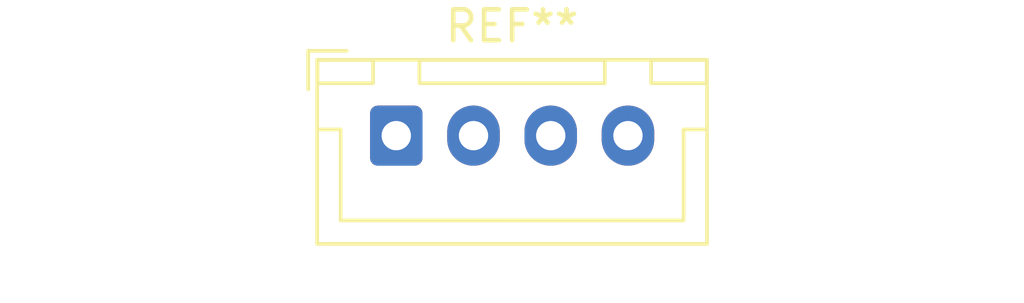
<source format=kicad_pcb>
(kicad_pcb (version 20241229) (generator "pcbnew") (generator_version "9.0")
  (layers (0 "F.Cu" signal) (2 "B.Cu" signal) (13 "F.Paste" user) (15 "B.Paste" user) (5 "F.SilkS" user "F.Silkscreen") (7 "B.SilkS" user "B.Silkscreen") (1 "F.Mask" user) (3 "B.Mask" user) (25 "Edge.Cuts" user))
  (net 0 "")
  (footprint "Connector_JST:JST_XH_B4B-XH-A_1x04_P2.50mm_Vertical" (layer "F.Cu") (at 118 84)
    (property "Reference" "REF**" (at 3.75 -3.55 0) (layer "F.SilkS"))
    (property "Value" "JST_XH_B4B-XH-A_1x04_P2.50mm_Vertical")
    (fp_line (start -2.85 -2.75) (end -2.85 -1.5) (stroke (width 0.12)) (layer "F.SilkS"))
    (fp_line (start -2.56 -2.46) (end -2.56 3.51) (stroke (width 0.12)) (layer "F.SilkS"))
    (fp_line (start -2.56 3.51) (end 10.06 3.51) (stroke (width 0.12)) (layer "F.SilkS"))
    (fp_line (start -2.55 -2.45) (end -2.55 -1.7) (stroke (width 0.12)) (layer "F.SilkS"))
    (fp_line (start -2.55 -1.7) (end -0.75 -1.7) (stroke (width 0.12)) (layer "F.SilkS"))
    (fp_line (start -2.55 -0.2) (end -1.8 -0.2) (stroke (width 0.12)) (layer "F.SilkS"))
    (fp_line (start -1.8 -0.2) (end -1.8 2.75) (stroke (width 0.12)) (layer "F.SilkS"))
    (fp_line (start -1.8 2.75) (end 3.75 2.75) (stroke (width 0.12)) (layer "F.SilkS"))
    (fp_line (start -1.6 -2.75) (end -2.85 -2.75) (stroke (width 0.12)) (layer "F.SilkS"))
    (fp_line (start -0.75 -2.45) (end -2.55 -2.45) (stroke (width 0.12)) (layer "F.SilkS"))
    (fp_line (start -0.75 -1.7) (end -0.75 -2.45) (stroke (width 0.12)) (layer "F.SilkS"))
    (fp_line (start 0.75 -2.45) (end 0.75 -1.7) (stroke (width 0.12)) (layer "F.SilkS"))
    (fp_line (start 0.75 -1.7) (end 6.75 -1.7) (stroke (width 0.12)) (layer "F.SilkS"))
    (fp_line (start 6.75 -2.45) (end 0.75 -2.45) (stroke (width 0.12)) (layer "F.SilkS"))
    (fp_line (start 6.75 -1.7) (end 6.75 -2.45) (stroke (width 0.12)) (layer "F.SilkS"))
    (fp_line (start 8.25 -2.45) (end 8.25 -1.7) (stroke (width 0.12)) (layer "F.SilkS"))
    (fp_line (start 8.25 -1.7) (end 10.05 -1.7) (stroke (width 0.12)) (layer "F.SilkS"))
    (fp_line (start 9.3 -0.2) (end 9.3 2.75) (stroke (width 0.12)) (layer "F.SilkS"))
    (fp_line (start 9.3 2.75) (end 3.75 2.75) (stroke (width 0.12)) (layer "F.SilkS"))
    (fp_line (start 10.05 -2.45) (end 8.25 -2.45) (stroke (width 0.12)) (layer "F.SilkS"))
    (fp_line (start 10.05 -1.7) (end 10.05 -2.45) (stroke (width 0.12)) (layer "F.SilkS"))
    (fp_line (start 10.05 -0.2) (end 9.3 -0.2) (stroke (width 0.12)) (layer "F.SilkS"))
    (fp_line (start 10.06 -2.46) (end -2.56 -2.46) (stroke (width 0.12)) (layer "F.SilkS"))
    (fp_line (start 10.06 3.51) (end 10.06 -2.46) (stroke (width 0.12)) (layer "F.SilkS"))
    (pad "1" thru_hole roundrect (at 0 0) (size 1.7 1.95) (drill 0.95) (layers "*.Cu" "*.Mask") (roundrect_rratio 0.147059))
    (pad "2" thru_hole oval (at 2.5 0) (size 1.7 1.95) (drill 0.95) (layers "*.Cu" "*.Mask"))
    (pad "3" thru_hole oval (at 5 0) (size 1.7 1.95) (drill 0.95) (layers "*.Cu" "*.Mask"))
    (pad "4" thru_hole oval (at 7.5 0) (size 1.7 1.95) (drill 0.95) (layers "*.Cu" "*.Mask"))
  )
)
</source>
